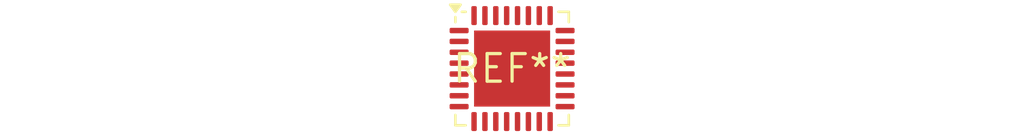
<source format=kicad_pcb>
(kicad_pcb (version 20240108) (generator pcbnew)
  (layers (0 "F.Cu" signal) (31 "B.Cu" signal) (34 "B.Paste" user) (35 "F.Paste" user) (36 "B.SilkS" user "B.Silkscreen") (37 "F.SilkS" user "F.Silkscreen") (38 "B.Mask" user) (39 "F.Mask" user) (44 "Edge.Cuts" user))
  (net 0 "")
  (footprint "UFQFPN-32-1EP_5x5mm_P0.5mm_EP3.5x3.5mm" (layer "F.Cu") (at 0 0)
    (property "Reference" "REF**")
    (property "Value" "UFQFPN-32-1EP_5x5mm_P0.5mm_EP3.5x3.5mm")
    (fp_line (start -2.61 -2.135) (end -2.61 -2.37) (layer "F.SilkS") (stroke (width 0.12)))
    (fp_line (start -2.61 2.61) (end -2.61 2.135) (layer "F.SilkS") (stroke (width 0.12)))
    (fp_line (start -2.135 -2.61) (end -2.31 -2.61) (layer "F.SilkS") (stroke (width 0.12)))
    (fp_line (start -2.135 2.61) (end -2.61 2.61) (layer "F.SilkS") (stroke (width 0.12)))
    (fp_line (start 2.135 -2.61) (end 2.61 -2.61) (layer "F.SilkS") (stroke (width 0.12)))
    (fp_line (start 2.135 2.61) (end 2.61 2.61) (layer "F.SilkS") (stroke (width 0.12)))
    (fp_line (start 2.61 -2.61) (end 2.61 -2.135) (layer "F.SilkS") (stroke (width 0.12)))
    (fp_line (start 2.61 2.61) (end 2.61 2.135) (layer "F.SilkS") (stroke (width 0.12)))
    (fp_poly (pts (xy -2.61 -2.61) (xy -2.85 -2.94) (xy -2.37 -2.94) (xy -2.61 -2.61)) (layer "F.SilkS") (stroke (width 0.12)) (fill solid))
    (pad "1" smd roundrect (at -2.4375 -1.75) (size 0.875 0.25) (layers "F.Cu" "F.Paste" "F.Mask"))
    (pad "2" smd roundrect (at -2.4375 -1.25) (size 0.875 0.25) (layers "F.Cu" "F.Paste" "F.Mask"))
    (pad "3" smd roundrect (at -2.4375 -0.75) (size 0.875 0.25) (layers "F.Cu" "F.Paste" "F.Mask"))
    (pad "4" smd roundrect (at -2.4375 -0.25) (size 0.875 0.25) (layers "F.Cu" "F.Paste" "F.Mask"))
    (pad "5" smd roundrect (at -2.4375 0.25) (size 0.875 0.25) (layers "F.Cu" "F.Paste" "F.Mask"))
    (pad "6" smd roundrect (at -2.4375 0.75) (size 0.875 0.25) (layers "F.Cu" "F.Paste" "F.Mask"))
    (pad "7" smd roundrect (at -2.4375 1.25) (size 0.875 0.25) (layers "F.Cu" "F.Paste" "F.Mask"))
    (pad "8" smd roundrect (at -2.4375 1.75) (size 0.875 0.25) (layers "F.Cu" "F.Paste" "F.Mask"))
    (pad "9" smd roundrect (at -1.75 2.4375) (size 0.25 0.875) (layers "F.Cu" "F.Paste" "F.Mask"))
    (pad "10" smd roundrect (at -1.25 2.4375) (size 0.25 0.875) (layers "F.Cu" "F.Paste" "F.Mask"))
    (pad "11" smd roundrect (at -0.75 2.4375) (size 0.25 0.875) (layers "F.Cu" "F.Paste" "F.Mask"))
    (pad "12" smd roundrect (at -0.25 2.4375) (size 0.25 0.875) (layers "F.Cu" "F.Paste" "F.Mask"))
    (pad "13" smd roundrect (at 0.25 2.4375) (size 0.25 0.875) (layers "F.Cu" "F.Paste" "F.Mask"))
    (pad "14" smd roundrect (at 0.75 2.4375) (size 0.25 0.875) (layers "F.Cu" "F.Paste" "F.Mask"))
    (pad "15" smd roundrect (at 1.25 2.4375) (size 0.25 0.875) (layers "F.Cu" "F.Paste" "F.Mask"))
    (pad "16" smd roundrect (at 1.75 2.4375) (size 0.25 0.875) (layers "F.Cu" "F.Paste" "F.Mask"))
    (pad "17" smd roundrect (at 2.4375 1.75) (size 0.875 0.25) (layers "F.Cu" "F.Paste" "F.Mask"))
    (pad "18" smd roundrect (at 2.4375 1.25) (size 0.875 0.25) (layers "F.Cu" "F.Paste" "F.Mask"))
    (pad "19" smd roundrect (at 2.4375 0.75) (size 0.875 0.25) (layers "F.Cu" "F.Paste" "F.Mask"))
    (pad "20" smd roundrect (at 2.4375 0.25) (size 0.875 0.25) (layers "F.Cu" "F.Paste" "F.Mask"))
    (pad "21" smd roundrect (at 2.4375 -0.25) (size 0.875 0.25) (layers "F.Cu" "F.Paste" "F.Mask"))
    (pad "22" smd roundrect (at 2.4375 -0.75) (size 0.875 0.25) (layers "F.Cu" "F.Paste" "F.Mask"))
    (pad "23" smd roundrect (at 2.4375 -1.25) (size 0.875 0.25) (layers "F.Cu" "F.Paste" "F.Mask"))
    (pad "24" smd roundrect (at 2.4375 -1.75) (size 0.875 0.25) (layers "F.Cu" "F.Paste" "F.Mask"))
    (pad "25" smd roundrect (at 1.75 -2.4375) (size 0.25 0.875) (layers "F.Cu" "F.Paste" "F.Mask"))
    (pad "26" smd roundrect (at 1.25 -2.4375) (size 0.25 0.875) (layers "F.Cu" "F.Paste" "F.Mask"))
    (pad "27" smd roundrect (at 0.75 -2.4375) (size 0.25 0.875) (layers "F.Cu" "F.Paste" "F.Mask"))
    (pad "28" smd roundrect (at 0.25 -2.4375) (size 0.25 0.875) (layers "F.Cu" "F.Paste" "F.Mask"))
    (pad "29" smd roundrect (at -0.25 -2.4375) (size 0.25 0.875) (layers "F.Cu" "F.Paste" "F.Mask"))
    (pad "30" smd roundrect (at -0.75 -2.4375) (size 0.25 0.875) (layers "F.Cu" "F.Paste" "F.Mask"))
    (pad "31" smd roundrect (at -1.25 -2.4375) (size 0.25 0.875) (layers "F.Cu" "F.Paste" "F.Mask"))
    (pad "32" smd roundrect (at -1.75 -2.4375) (size 0.25 0.875) (layers "F.Cu" "F.Paste" "F.Mask"))
    (pad "33" smd rect (at 0 0) (size 3.5 3.5) (property pad_prop_heatsink) (layers "F.Cu" "F.Mask"))
  )
)
</source>
